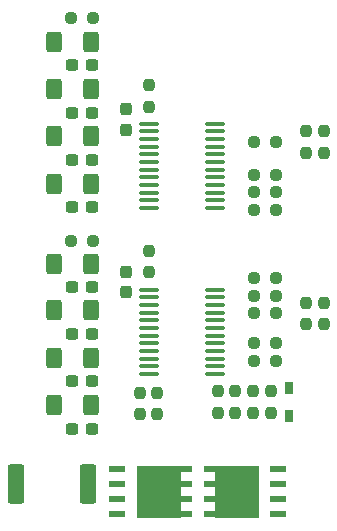
<source format=gtp>
%TF.GenerationSoftware,KiCad,Pcbnew,9.0.6*%
%TF.CreationDate,2025-12-05T19:41:48+01:00*%
%TF.ProjectId,balancingBoard,62616c61-6e63-4696-9e67-426f6172642e,rev?*%
%TF.SameCoordinates,Original*%
%TF.FileFunction,Paste,Top*%
%TF.FilePolarity,Positive*%
%FSLAX46Y46*%
G04 Gerber Fmt 4.6, Leading zero omitted, Abs format (unit mm)*
G04 Created by KiCad (PCBNEW 9.0.6) date 2025-12-05 19:41:48*
%MOMM*%
%LPD*%
G01*
G04 APERTURE LIST*
G04 Aperture macros list*
%AMRoundRect*
0 Rectangle with rounded corners*
0 $1 Rounding radius*
0 $2 $3 $4 $5 $6 $7 $8 $9 X,Y pos of 4 corners*
0 Add a 4 corners polygon primitive as box body*
4,1,4,$2,$3,$4,$5,$6,$7,$8,$9,$2,$3,0*
0 Add four circle primitives for the rounded corners*
1,1,$1+$1,$2,$3*
1,1,$1+$1,$4,$5*
1,1,$1+$1,$6,$7*
1,1,$1+$1,$8,$9*
0 Add four rect primitives between the rounded corners*
20,1,$1+$1,$2,$3,$4,$5,0*
20,1,$1+$1,$4,$5,$6,$7,0*
20,1,$1+$1,$6,$7,$8,$9,0*
20,1,$1+$1,$8,$9,$2,$3,0*%
G04 Aperture macros list end*
%ADD10RoundRect,0.237500X0.300000X0.237500X-0.300000X0.237500X-0.300000X-0.237500X0.300000X-0.237500X0*%
%ADD11RoundRect,0.237500X-0.300000X-0.237500X0.300000X-0.237500X0.300000X0.237500X-0.300000X0.237500X0*%
%ADD12RoundRect,0.250000X-0.400000X-0.625000X0.400000X-0.625000X0.400000X0.625000X-0.400000X0.625000X0*%
%ADD13RoundRect,0.237500X0.250000X0.237500X-0.250000X0.237500X-0.250000X-0.237500X0.250000X-0.237500X0*%
%ADD14RoundRect,0.237500X0.237500X-0.250000X0.237500X0.250000X-0.237500X0.250000X-0.237500X-0.250000X0*%
%ADD15RoundRect,0.237500X-0.237500X0.300000X-0.237500X-0.300000X0.237500X-0.300000X0.237500X0.300000X0*%
%ADD16RoundRect,0.237500X-0.237500X0.250000X-0.237500X-0.250000X0.237500X-0.250000X0.237500X0.250000X0*%
%ADD17RoundRect,0.237500X-0.250000X-0.237500X0.250000X-0.237500X0.250000X0.237500X-0.250000X0.237500X0*%
%ADD18O,1.710000X0.360000*%
%ADD19R,0.750000X1.000000*%
%ADD20R,1.400000X0.610000*%
%ADD21R,3.810000X4.500000*%
%ADD22RoundRect,0.249999X-0.450001X-1.425001X0.450001X-1.425001X0.450001X1.425001X-0.450001X1.425001X0*%
G04 APERTURE END LIST*
D10*
%TO.C,C62*%
X101362500Y-89250000D03*
X99637500Y-89250000D03*
%TD*%
D11*
%TO.C,C1*%
X99637500Y-66500000D03*
X101362500Y-66500000D03*
%TD*%
%TO.C,C50*%
X99637500Y-85250000D03*
X101362500Y-85250000D03*
%TD*%
D12*
%TO.C,R3*%
X98150000Y-64500000D03*
X101250000Y-64500000D03*
%TD*%
D13*
%TO.C,R6*%
X116912500Y-82000000D03*
X115087500Y-82000000D03*
%TD*%
D14*
%TO.C,R30*%
X105400000Y-92025000D03*
X105400000Y-90200000D03*
%TD*%
D15*
%TO.C,C53*%
X104220000Y-80000000D03*
X104220000Y-81725000D03*
%TD*%
D12*
%TO.C,R27*%
X98150000Y-83250000D03*
X101250000Y-83250000D03*
%TD*%
D11*
%TO.C,C49*%
X99637500Y-81250000D03*
X101362500Y-81250000D03*
%TD*%
D16*
%TO.C,C52*%
X106220000Y-78187500D03*
X106220000Y-80012500D03*
%TD*%
D12*
%TO.C,R2*%
X98150000Y-60500000D03*
X101250000Y-60500000D03*
%TD*%
%TO.C,R46*%
X98150000Y-91250000D03*
X101250000Y-91250000D03*
%TD*%
D17*
%TO.C,R9*%
X115087500Y-69000000D03*
X116912500Y-69000000D03*
%TD*%
D11*
%TO.C,C4*%
X99637500Y-74500000D03*
X101362500Y-74500000D03*
%TD*%
D16*
%TO.C,R33*%
X112000000Y-90087500D03*
X112000000Y-91912500D03*
%TD*%
D17*
%TO.C,R1*%
X99587500Y-58500000D03*
X101412500Y-58500000D03*
%TD*%
D16*
%TO.C,R34*%
X115000000Y-90087500D03*
X115000000Y-91912500D03*
%TD*%
%TO.C,R14*%
X116500000Y-90087500D03*
X116500000Y-91912500D03*
%TD*%
%TO.C,R32*%
X106900000Y-90200000D03*
X106900000Y-92025000D03*
%TD*%
D18*
%TO.C,U1*%
X106220000Y-81480000D03*
X106220000Y-82130000D03*
X106220000Y-82780000D03*
X106220000Y-83430000D03*
X106220000Y-84080000D03*
X106220000Y-84730000D03*
X106220000Y-85390000D03*
X106220000Y-86040000D03*
X106220000Y-86690000D03*
X106220000Y-87340000D03*
X106220000Y-87990000D03*
X106220000Y-88640000D03*
X111780000Y-88640000D03*
X111780000Y-87990000D03*
X111780000Y-87340000D03*
X111780000Y-86690000D03*
X111780000Y-86040000D03*
X111780000Y-85390000D03*
X111780000Y-84730000D03*
X111780000Y-84080000D03*
X111780000Y-83430000D03*
X111780000Y-82780000D03*
X111780000Y-82130000D03*
X111780000Y-81480000D03*
%TD*%
D11*
%TO.C,C2*%
X99637500Y-62500000D03*
X101362500Y-62500000D03*
%TD*%
D14*
%TO.C,R17*%
X121000000Y-69912500D03*
X121000000Y-68087500D03*
%TD*%
D15*
%TO.C,C6*%
X104220000Y-66217500D03*
X104220000Y-67942500D03*
%TD*%
D12*
%TO.C,R26*%
X98150000Y-79330000D03*
X101250000Y-79330000D03*
%TD*%
D19*
%TO.C,D2*%
X118000000Y-92170000D03*
X118000000Y-89830000D03*
%TD*%
D20*
%TO.C,Q3*%
X117140000Y-100510000D03*
X117140000Y-99240000D03*
X117140000Y-97960000D03*
X117140000Y-96690000D03*
X111500000Y-96690000D03*
X111500000Y-97960000D03*
X111500000Y-99240000D03*
X111500000Y-100510000D03*
D21*
X113610000Y-98600000D03*
%TD*%
D18*
%TO.C,U2*%
X106220000Y-67420000D03*
X106220000Y-68070000D03*
X106220000Y-68720000D03*
X106220000Y-69370000D03*
X106220000Y-70020000D03*
X106220000Y-70670000D03*
X106220000Y-71330000D03*
X106220000Y-71980000D03*
X106220000Y-72630000D03*
X106220000Y-73280000D03*
X106220000Y-73930000D03*
X106220000Y-74580000D03*
X111780000Y-74580000D03*
X111780000Y-73930000D03*
X111780000Y-73280000D03*
X111780000Y-72630000D03*
X111780000Y-71980000D03*
X111780000Y-71330000D03*
X111780000Y-70670000D03*
X111780000Y-70020000D03*
X111780000Y-69370000D03*
X111780000Y-68720000D03*
X111780000Y-68070000D03*
X111780000Y-67420000D03*
%TD*%
D17*
%TO.C,R7*%
X115087500Y-80500000D03*
X116912500Y-80500000D03*
%TD*%
%TO.C,R36*%
X99587500Y-77410000D03*
X101412500Y-77410000D03*
%TD*%
D12*
%TO.C,R5*%
X98150000Y-72500000D03*
X101250000Y-72500000D03*
%TD*%
D13*
%TO.C,R47*%
X116912500Y-86000000D03*
X115087500Y-86000000D03*
%TD*%
D16*
%TO.C,R31*%
X113500000Y-90087500D03*
X113500000Y-91912500D03*
%TD*%
D11*
%TO.C,C51*%
X99637500Y-93250000D03*
X101362500Y-93250000D03*
%TD*%
D13*
%TO.C,R48*%
X116912500Y-87500000D03*
X115087500Y-87500000D03*
%TD*%
D12*
%TO.C,R4*%
X98150000Y-68500000D03*
X101250000Y-68500000D03*
%TD*%
D13*
%TO.C,R11*%
X116912500Y-71750000D03*
X115087500Y-71750000D03*
%TD*%
%TO.C,R8*%
X116912500Y-83500000D03*
X115087500Y-83500000D03*
%TD*%
D17*
%TO.C,R12*%
X115087500Y-73250000D03*
X116912500Y-73250000D03*
%TD*%
D16*
%TO.C,R10*%
X119500000Y-68087500D03*
X119500000Y-69912500D03*
%TD*%
D20*
%TO.C,Q1*%
X103500000Y-96690000D03*
X103500000Y-97960000D03*
X103500000Y-99240000D03*
X103500000Y-100510000D03*
X109140000Y-100510000D03*
X109140000Y-99240000D03*
X109140000Y-97960000D03*
X109140000Y-96690000D03*
D21*
X107030000Y-98600000D03*
%TD*%
D14*
%TO.C,R18*%
X121000000Y-84412500D03*
X121000000Y-82587500D03*
%TD*%
D16*
%TO.C,R21*%
X119500000Y-82587500D03*
X119500000Y-84412500D03*
%TD*%
D12*
%TO.C,R28*%
X98150000Y-87250000D03*
X101250000Y-87250000D03*
%TD*%
D17*
%TO.C,R16*%
X115087500Y-74750000D03*
X116912500Y-74750000D03*
%TD*%
D22*
%TO.C,R13*%
X94950000Y-97960000D03*
X101050000Y-97960000D03*
%TD*%
D10*
%TO.C,C3*%
X101362500Y-70500000D03*
X99637500Y-70500000D03*
%TD*%
D16*
%TO.C,C5*%
X106220000Y-64167500D03*
X106220000Y-65992500D03*
%TD*%
M02*

</source>
